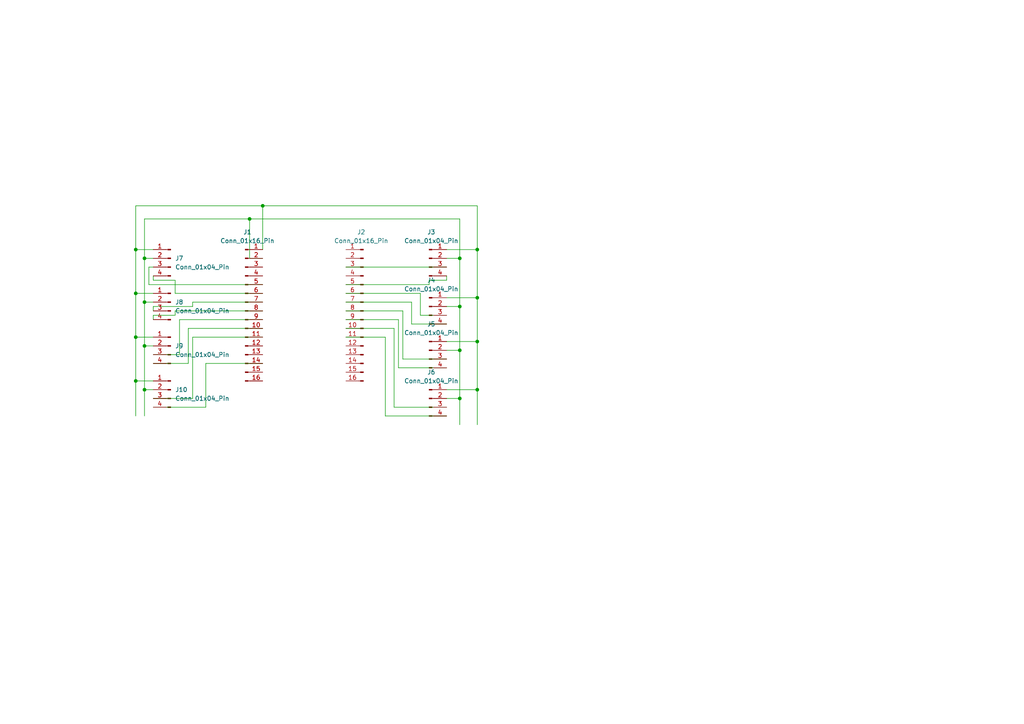
<source format=kicad_sch>
(kicad_sch (version 20250114) (generator "eeschema") (generator_version "9.0")
  (paper "A4")
  (lib_symbols
    (symbol "Connector:Conn_01x04_Pin" (pin_names (offset 1.016) (hide yes))
      (property "Reference" "J" (at 0 5.08 0))
      (property "Value" "Conn_01x04_Pin" (at 0 -7.62 0))
      (symbol "Conn_01x04_Pin_1_1"
        (rectangle (start 0.8636 2.667) (end 0 2.413) (stroke (width 0.1524)) (fill (type outline)))
        (rectangle (start 0.8636 0.127) (end 0 -0.127) (stroke (width 0.1524)) (fill (type outline)))
        (rectangle (start 0.8636 -2.413) (end 0 -2.667) (stroke (width 0.1524)) (fill (type outline)))
        (rectangle (start 0.8636 -4.953) (end 0 -5.207) (stroke (width 0.1524)) (fill (type outline)))
        (polyline (pts (xy 1.27 2.54) (xy 0.8636 2.54)) (stroke (width 0.1524)))
        (polyline (pts (xy 1.27 0) (xy 0.8636 0)) (stroke (width 0.1524)))
        (polyline (pts (xy 1.27 -2.54) (xy 0.8636 -2.54)) (stroke (width 0.1524)))
        (polyline (pts (xy 1.27 -5.08) (xy 0.8636 -5.08)) (stroke (width 0.1524)))
        (pin passive line (at 5.08 2.54 180) (length 3.81) (name "Pin_1") (number "1"))
        (pin passive line (at 5.08 0 180) (length 3.81) (name "Pin_2") (number "2"))
        (pin passive line (at 5.08 -2.54 180) (length 3.81) (name "Pin_3") (number "3"))
        (pin passive line (at 5.08 -5.08 180) (length 3.81) (name "Pin_4") (number "4"))
      )
    )
    (symbol "Connector:Conn_01x16_Pin" (pin_names (offset 1.016) (hide yes))
      (property "Reference" "J" (at 0 20.32 0))
      (property "Value" "Conn_01x16_Pin" (at 0 -22.86 0))
      (symbol "Conn_01x16_Pin_1_1"
        (rectangle (start 0.8636 17.907) (end 0 17.653) (stroke (width 0.1524)) (fill (type outline)))
        (rectangle (start 0.8636 15.367) (end 0 15.113) (stroke (width 0.1524)) (fill (type outline)))
        (rectangle (start 0.8636 12.827) (end 0 12.573) (stroke (width 0.1524)) (fill (type outline)))
        (rectangle (start 0.8636 10.287) (end 0 10.033) (stroke (width 0.1524)) (fill (type outline)))
        (rectangle (start 0.8636 7.747) (end 0 7.493) (stroke (width 0.1524)) (fill (type outline)))
        (rectangle (start 0.8636 5.207) (end 0 4.953) (stroke (width 0.1524)) (fill (type outline)))
        (rectangle (start 0.8636 2.667) (end 0 2.413) (stroke (width 0.1524)) (fill (type outline)))
        (rectangle (start 0.8636 0.127) (end 0 -0.127) (stroke (width 0.1524)) (fill (type outline)))
        (rectangle (start 0.8636 -2.413) (end 0 -2.667) (stroke (width 0.1524)) (fill (type outline)))
        (rectangle (start 0.8636 -4.953) (end 0 -5.207) (stroke (width 0.1524)) (fill (type outline)))
        (rectangle (start 0.8636 -7.493) (end 0 -7.747) (stroke (width 0.1524)) (fill (type outline)))
        (rectangle (start 0.8636 -10.033) (end 0 -10.287) (stroke (width 0.1524)) (fill (type outline)))
        (rectangle (start 0.8636 -12.573) (end 0 -12.827) (stroke (width 0.1524)) (fill (type outline)))
        (rectangle (start 0.8636 -15.113) (end 0 -15.367) (stroke (width 0.1524)) (fill (type outline)))
        (rectangle (start 0.8636 -17.653) (end 0 -17.907) (stroke (width 0.1524)) (fill (type outline)))
        (rectangle (start 0.8636 -20.193) (end 0 -20.447) (stroke (width 0.1524)) (fill (type outline)))
        (polyline (pts (xy 1.27 17.78) (xy 0.8636 17.78)) (stroke (width 0.1524)))
        (polyline (pts (xy 1.27 15.24) (xy 0.8636 15.24)) (stroke (width 0.1524)))
        (polyline (pts (xy 1.27 12.7) (xy 0.8636 12.7)) (stroke (width 0.1524)))
        (polyline (pts (xy 1.27 10.16) (xy 0.8636 10.16)) (stroke (width 0.1524)))
        (polyline (pts (xy 1.27 7.62) (xy 0.8636 7.62)) (stroke (width 0.1524)))
        (polyline (pts (xy 1.27 5.08) (xy 0.8636 5.08)) (stroke (width 0.1524)))
        (polyline (pts (xy 1.27 2.54) (xy 0.8636 2.54)) (stroke (width 0.1524)))
        (polyline (pts (xy 1.27 0) (xy 0.8636 0)) (stroke (width 0.1524)))
        (polyline (pts (xy 1.27 -2.54) (xy 0.8636 -2.54)) (stroke (width 0.1524)))
        (polyline (pts (xy 1.27 -5.08) (xy 0.8636 -5.08)) (stroke (width 0.1524)))
        (polyline (pts (xy 1.27 -7.62) (xy 0.8636 -7.62)) (stroke (width 0.1524)))
        (polyline (pts (xy 1.27 -10.16) (xy 0.8636 -10.16)) (stroke (width 0.1524)))
        (polyline (pts (xy 1.27 -12.7) (xy 0.8636 -12.7)) (stroke (width 0.1524)))
        (polyline (pts (xy 1.27 -15.24) (xy 0.8636 -15.24)) (stroke (width 0.1524)))
        (polyline (pts (xy 1.27 -17.78) (xy 0.8636 -17.78)) (stroke (width 0.1524)))
        (polyline (pts (xy 1.27 -20.32) (xy 0.8636 -20.32)) (stroke (width 0.1524)))
        (pin passive line (at 5.08 17.78 180) (length 3.81) (name "Pin_1") (number "1"))
        (pin passive line (at 5.08 15.24 180) (length 3.81) (name "Pin_2") (number "2"))
        (pin passive line (at 5.08 12.7 180) (length 3.81) (name "Pin_3") (number "3"))
        (pin passive line (at 5.08 10.16 180) (length 3.81) (name "Pin_4") (number "4"))
        (pin passive line (at 5.08 7.62 180) (length 3.81) (name "Pin_5") (number "5"))
        (pin passive line (at 5.08 5.08 180) (length 3.81) (name "Pin_6") (number "6"))
        (pin passive line (at 5.08 2.54 180) (length 3.81) (name "Pin_7") (number "7"))
        (pin passive line (at 5.08 0 180) (length 3.81) (name "Pin_8") (number "8"))
        (pin passive line (at 5.08 -2.54 180) (length 3.81) (name "Pin_9") (number "9"))
        (pin passive line (at 5.08 -5.08 180) (length 3.81) (name "Pin_10") (number "10"))
        (pin passive line (at 5.08 -7.62 180) (length 3.81) (name "Pin_11") (number "11"))
        (pin passive line (at 5.08 -10.16 180) (length 3.81) (name "Pin_12") (number "12"))
        (pin passive line (at 5.08 -12.7 180) (length 3.81) (name "Pin_13") (number "13"))
        (pin passive line (at 5.08 -15.24 180) (length 3.81) (name "Pin_14") (number "14"))
        (pin passive line (at 5.08 -17.78 180) (length 3.81) (name "Pin_15") (number "15"))
        (pin passive line (at 5.08 -20.32 180) (length 3.81) (name "Pin_16") (number "16"))
      )
    )
  )
  (junction (at 76.2 59.69))
  (junction (at 41.91 113.03))
  (junction (at 41.91 87.63))
  (junction (at 133.35 88.9))
  (junction (at 41.91 74.93))
  (junction (at 138.43 86.36))
  (junction (at 133.35 74.93))
  (junction (at 72.39 63.5))
  (junction (at 41.91 100.33))
  (junction (at 133.35 115.57))
  (junction (at 138.43 113.03))
  (junction (at 39.37 110.49))
  (junction (at 138.43 72.39))
  (junction (at 39.37 72.39))
  (junction (at 39.37 97.79))
  (junction (at 138.43 99.06))
  (junction (at 39.37 85.09))
  (junction (at 133.35 101.6))
  (wire (pts (xy 41.91 63.5) (xy 41.91 74.93)))
  (wire (pts (xy 41.91 87.63) (xy 44.45 87.63)))
  (wire (pts (xy 115.57 106.68) (xy 129.54 106.68)))
  (wire (pts (xy 50.8 90.17) (xy 50.8 91.44)))
  (wire (pts (xy 114.3 118.11) (xy 129.54 118.11)))
  (wire (pts (xy 50.8 91.44) (xy 44.45 91.44)))
  (wire (pts (xy 100.33 87.63) (xy 119.38 87.63)))
  (wire (pts (xy 59.69 105.41) (xy 76.2 105.41)))
  (wire (pts (xy 44.45 88.9) (xy 44.45 90.17)))
  (wire (pts (xy 39.37 85.09) (xy 39.37 97.79)))
  (wire (pts (xy 39.37 72.39) (xy 39.37 85.09)))
  (wire (pts (xy 133.35 88.9) (xy 133.35 101.6)))
  (wire (pts (xy 54.61 95.25) (xy 54.61 105.41)))
  (wire (pts (xy 41.91 63.5) (xy 72.39 63.5)))
  (wire (pts (xy 138.43 99.06) (xy 138.43 113.03)))
  (wire (pts (xy 59.69 105.41) (xy 59.69 118.11)))
  (wire (pts (xy 76.2 74.93) (xy 72.39 74.93)))
  (wire (pts (xy 44.45 81.28) (xy 44.45 80.01)))
  (wire (pts (xy 39.37 85.09) (xy 44.45 85.09)))
  (wire (pts (xy 76.2 72.39) (xy 76.2 59.69)))
  (wire (pts (xy 59.69 118.11) (xy 44.45 118.11)))
  (wire (pts (xy 43.18 82.55) (xy 76.2 82.55)))
  (wire (pts (xy 100.33 95.25) (xy 114.3 95.25)))
  (wire (pts (xy 111.76 120.65) (xy 129.54 120.65)))
  (wire (pts (xy 133.35 115.57) (xy 133.35 123.19)))
  (wire (pts (xy 41.91 87.63) (xy 41.91 100.33)))
  (wire (pts (xy 41.91 74.93) (xy 44.45 74.93)))
  (wire (pts (xy 133.35 63.5) (xy 133.35 74.93)))
  (wire (pts (xy 100.33 85.09) (xy 121.92 85.09)))
  (wire (pts (xy 138.43 59.69) (xy 138.43 72.39)))
  (wire (pts (xy 124.46 81.28) (xy 129.54 81.28)))
  (wire (pts (xy 119.38 93.98) (xy 129.54 93.98)))
  (wire (pts (xy 129.54 81.28) (xy 129.54 80.01)))
  (wire (pts (xy 44.45 91.44) (xy 44.45 92.71)))
  (wire (pts (xy 55.88 97.79) (xy 55.88 115.57)))
  (wire (pts (xy 72.39 63.5) (xy 133.35 63.5)))
  (wire (pts (xy 138.43 113.03) (xy 138.43 123.19)))
  (wire (pts (xy 119.38 87.63) (xy 119.38 93.98)))
  (wire (pts (xy 129.54 101.6) (xy 133.35 101.6)))
  (wire (pts (xy 129.54 113.03) (xy 138.43 113.03)))
  (wire (pts (xy 129.54 99.06) (xy 138.43 99.06)))
  (wire (pts (xy 39.37 59.69) (xy 39.37 72.39)))
  (wire (pts (xy 43.18 82.55) (xy 43.18 77.47)))
  (wire (pts (xy 39.37 97.79) (xy 44.45 97.79)))
  (wire (pts (xy 39.37 110.49) (xy 44.45 110.49)))
  (wire (pts (xy 39.37 97.79) (xy 39.37 110.49)))
  (wire (pts (xy 41.91 74.93) (xy 41.91 87.63)))
  (wire (pts (xy 39.37 59.69) (xy 76.2 59.69)))
  (wire (pts (xy 100.33 90.17) (xy 116.84 90.17)))
  (wire (pts (xy 133.35 74.93) (xy 133.35 88.9)))
  (wire (pts (xy 121.92 91.44) (xy 129.54 91.44)))
  (wire (pts (xy 115.57 92.71) (xy 115.57 106.68)))
  (wire (pts (xy 121.92 85.09) (xy 121.92 91.44)))
  (wire (pts (xy 41.91 113.03) (xy 41.91 120.65)))
  (wire (pts (xy 52.07 102.87) (xy 44.45 102.87)))
  (wire (pts (xy 50.8 81.28) (xy 44.45 81.28)))
  (wire (pts (xy 52.07 92.71) (xy 52.07 102.87)))
  (wire (pts (xy 129.54 74.93) (xy 133.35 74.93)))
  (wire (pts (xy 100.33 77.47) (xy 129.54 77.47)))
  (wire (pts (xy 72.39 74.93) (xy 72.39 63.5)))
  (wire (pts (xy 129.54 72.39) (xy 138.43 72.39)))
  (wire (pts (xy 50.8 85.09) (xy 76.2 85.09)))
  (wire (pts (xy 129.54 115.57) (xy 133.35 115.57)))
  (wire (pts (xy 138.43 86.36) (xy 138.43 99.06)))
  (wire (pts (xy 111.76 97.79) (xy 111.76 120.65)))
  (wire (pts (xy 55.88 97.79) (xy 76.2 97.79)))
  (wire (pts (xy 55.88 87.63) (xy 55.88 88.9)))
  (wire (pts (xy 54.61 95.25) (xy 76.2 95.25)))
  (wire (pts (xy 54.61 105.41) (xy 44.45 105.41)))
  (wire (pts (xy 116.84 90.17) (xy 116.84 104.14)))
  (wire (pts (xy 41.91 113.03) (xy 44.45 113.03)))
  (wire (pts (xy 133.35 101.6) (xy 133.35 115.57)))
  (wire (pts (xy 129.54 88.9) (xy 133.35 88.9)))
  (wire (pts (xy 41.91 100.33) (xy 44.45 100.33)))
  (wire (pts (xy 116.84 104.14) (xy 129.54 104.14)))
  (wire (pts (xy 138.43 72.39) (xy 138.43 86.36)))
  (wire (pts (xy 114.3 95.25) (xy 114.3 118.11)))
  (wire (pts (xy 124.46 82.55) (xy 124.46 81.28)))
  (wire (pts (xy 50.8 85.09) (xy 50.8 81.28)))
  (wire (pts (xy 55.88 115.57) (xy 44.45 115.57)))
  (wire (pts (xy 100.33 92.71) (xy 115.57 92.71)))
  (wire (pts (xy 55.88 87.63) (xy 76.2 87.63)))
  (wire (pts (xy 100.33 97.79) (xy 111.76 97.79)))
  (wire (pts (xy 52.07 92.71) (xy 76.2 92.71)))
  (wire (pts (xy 43.18 77.47) (xy 44.45 77.47)))
  (wire (pts (xy 100.33 82.55) (xy 124.46 82.55)))
  (wire (pts (xy 129.54 86.36) (xy 138.43 86.36)))
  (wire (pts (xy 50.8 90.17) (xy 76.2 90.17)))
  (wire (pts (xy 76.2 59.69) (xy 138.43 59.69)))
  (wire (pts (xy 41.91 100.33) (xy 41.91 113.03)))
  (wire (pts (xy 39.37 72.39) (xy 44.45 72.39)))
  (wire (pts (xy 39.37 110.49) (xy 39.37 120.65)))
  (wire (pts (xy 55.88 88.9) (xy 44.45 88.9)))
  (symbol (lib_id "Connector:Conn_01x04_Pin") (at 49.53 113.03 0) (mirror y) (unit 1)
    (property "Reference" "J10" (at 50.8 113.0299 0) (effects (justify right)))
    (property "Value" "Conn_01x04_Pin" (at 50.8 115.5699 0) (effects (justify right)))
    (property "Footprint" "Connector_PinHeader_2.54mm:PinHeader_1x04_P2.54mm_Vertical" (effects (hide yes)))
    (property "Description" "Generic connector, single row, 01x04, script generated" (effects (hide yes)))
  )
  (symbol (lib_id "Connector:Conn_01x04_Pin") (at 49.53 74.93 0) (mirror y) (unit 1)
    (property "Reference" "J7" (at 50.8 74.9299 0) (effects (justify right)))
    (property "Value" "Conn_01x04_Pin" (at 50.8 77.4699 0) (effects (justify right)))
    (property "Footprint" "Connector_PinHeader_2.54mm:PinHeader_1x04_P2.54mm_Vertical" (effects (hide yes)))
    (property "Description" "Generic connector, single row, 01x04, script generated" (effects (hide yes)))
  )
  (symbol (lib_id "Connector:Conn_01x16_Pin") (at 71.12 90.17 0) (unit 1)
    (property "Reference" "J1" (at 71.755 67.31 0))
    (property "Value" "Conn_01x16_Pin" (at 71.755 69.85 0))
    (property "Footprint" "Connector_PinHeader_2.54mm:PinHeader_1x15_P2.54mm_Vertical" (effects (hide yes)))
    (property "Description" "Generic connector, single row, 01x16, script generated" (effects (hide yes)))
  )
  (symbol (lib_id "Connector:Conn_01x04_Pin") (at 49.53 100.33 0) (mirror y) (unit 1)
    (property "Reference" "J9" (at 50.8 100.3299 0) (effects (justify right)))
    (property "Value" "Conn_01x04_Pin" (at 50.8 102.8699 0) (effects (justify right)))
    (property "Footprint" "Connector_PinHeader_2.54mm:PinHeader_1x04_P2.54mm_Vertical" (effects (hide yes)))
    (property "Description" "Generic connector, single row, 01x04, script generated" (effects (hide yes)))
  )
  (symbol (lib_id "Connector:Conn_01x04_Pin") (at 124.46 88.9 0) (unit 1)
    (property "Reference" "J4" (at 125.095 81.28 0))
    (property "Value" "Conn_01x04_Pin" (at 125.095 83.82 0))
    (property "Footprint" "Connector_PinHeader_2.54mm:PinHeader_1x04_P2.54mm_Vertical" (effects (hide yes)))
    (property "Description" "Generic connector, single row, 01x04, script generated" (effects (hide yes)))
  )
  (symbol (lib_id "Connector:Conn_01x04_Pin") (at 124.46 74.93 0) (unit 1)
    (property "Reference" "J3" (at 125.095 67.31 0))
    (property "Value" "Conn_01x04_Pin" (at 125.095 69.85 0))
    (property "Footprint" "Connector_PinHeader_2.54mm:PinHeader_1x04_P2.54mm_Vertical" (effects (hide yes)))
    (property "Description" "Generic connector, single row, 01x04, script generated" (effects (hide yes)))
  )
  (symbol (lib_id "Connector:Conn_01x04_Pin") (at 124.46 115.57 0) (unit 1)
    (property "Reference" "J6" (at 125.095 107.95 0))
    (property "Value" "Conn_01x04_Pin" (at 125.095 110.49 0))
    (property "Footprint" "Connector_PinHeader_2.54mm:PinHeader_1x04_P2.54mm_Vertical" (effects (hide yes)))
    (property "Description" "Generic connector, single row, 01x04, script generated" (effects (hide yes)))
  )
  (symbol (lib_id "Connector:Conn_01x04_Pin") (at 124.46 101.6 0) (unit 1)
    (property "Reference" "J5" (at 125.095 93.98 0))
    (property "Value" "Conn_01x04_Pin" (at 125.095 96.52 0))
    (property "Footprint" "Connector_PinHeader_2.54mm:PinHeader_1x04_P2.54mm_Vertical" (effects (hide yes)))
    (property "Description" "Generic connector, single row, 01x04, script generated" (effects (hide yes)))
  )
  (symbol (lib_id "Connector:Conn_01x04_Pin") (at 49.53 87.63 0) (mirror y) (unit 1)
    (property "Reference" "J8" (at 50.8 87.6299 0) (effects (justify right)))
    (property "Value" "Conn_01x04_Pin" (at 50.8 90.1699 0) (effects (justify right)))
    (property "Footprint" "Connector_PinHeader_2.54mm:PinHeader_1x04_P2.54mm_Vertical" (effects (hide yes)))
    (property "Description" "Generic connector, single row, 01x04, script generated" (effects (hide yes)))
  )
  (symbol (lib_id "Connector:Conn_01x16_Pin") (at 105.41 90.17 0) (mirror y) (unit 1)
    (property "Reference" "J2" (at 104.775 67.31 0))
    (property "Value" "Conn_01x16_Pin" (at 104.775 69.85 0))
    (property "Footprint" "Connector_PinHeader_2.54mm:PinHeader_1x15_P2.54mm_Vertical" (effects (hide yes)))
    (property "Description" "Generic connector, single row, 01x16, script generated" (effects (hide yes)))
  )
)
</source>
